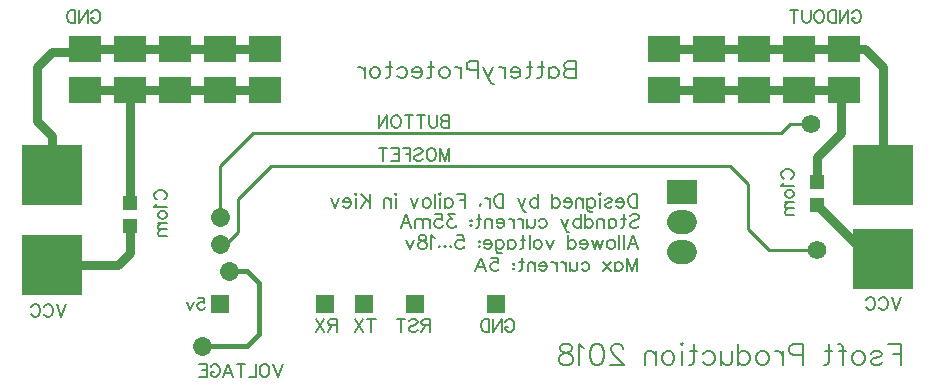
<source format=gbl>
G04 ---------------------------- Layer name :BOTTOM LAYER*
G04 EasyEDA v5.5.15, Sun, 01 Jul 2018 10:37:49 GMT*
G04 c73fb6d924554c21b160e83e72d7d2f4*
G04 Gerber Generator version 0.2*
G04 Scale: 100 percent, Rotated: No, Reflected: No *
G04 Dimensions in millimeters *
G04 leading zeros omitted , absolute positions ,3 integer and 3 decimal *
%FSLAX33Y33*%
%MOMM*%
G90*
G71D02*

%ADD10C,0.254000*%
%ADD11C,0.399999*%
%ADD13C,0.799998*%
%ADD15C,0.203200*%
%ADD16C,0.177800*%
%ADD17C,0.178003*%
%ADD18C,1.575054*%
%ADD24R,1.206500X1.206500*%
%ADD30R,2.499995X1.999996*%
%ADD31R,1.574800X1.574800*%
%ADD32R,1.574800X1.575054*%
%ADD33R,1.999996X1.999996*%
%ADD34C,1.999996*%
%ADD35C,1.575003*%
%ADD36R,2.700020X2.299995*%

%LPD*%
G54D10*
G01X17780Y14478D02*
G01X17780Y18796D01*
G01X20574Y21590D01*
G01X65278Y21590D01*
G01X66040Y22352D01*
G01X68326Y22352D01*
G01X17780Y12446D02*
G01X18542Y12446D01*
G01X19304Y13208D01*
G01X19304Y16002D01*
G01X22098Y18796D01*
G01X60949Y18796D01*
G01X62484Y17277D01*
G01X62484Y13474D01*
G01X64251Y11684D01*
G01X68326Y11684D01*
G54D11*
G01X18542Y9906D02*
G01X20051Y9906D01*
G01X21078Y8879D01*
G01X21082Y4572D01*
G01X20051Y3549D01*
G01X16256Y3556D01*
G54D13*
G01X6350Y25247D02*
G01X10414Y25247D01*
G01X10414Y25247D02*
G01X14478Y25247D01*
G01X14478Y25247D02*
G01X18542Y25247D01*
G01X18542Y25247D02*
G01X21590Y25247D01*
G01X3556Y18034D02*
G01X3556Y21336D01*
G01X2286Y22606D01*
G01X2286Y27178D01*
G01X3556Y28448D01*
G01X6096Y28448D01*
G01X6350Y28702D01*
G01X10414Y28702D02*
G01X6350Y28702D01*
G01X10414Y28702D02*
G01X14478Y28702D01*
G01X14478Y28702D02*
G01X18542Y28702D01*
G01X18542Y28702D02*
G01X21590Y28702D01*
G01X70612Y28702D02*
G01X66548Y28702D01*
G01X66548Y28702D02*
G01X62484Y28702D01*
G01X62484Y28702D02*
G01X58420Y28702D01*
G01X58420Y28702D02*
G01X55372Y28702D01*
G01X73914Y19558D02*
G01X73914Y27178D01*
G01X72390Y28702D01*
G01X70612Y28702D01*
G01X73914Y10922D02*
G01X72898Y10922D01*
G01X68324Y15495D01*
G01X68324Y17476D02*
G01X68324Y19556D01*
G01X70358Y21590D01*
G01X70358Y24993D01*
G01X70612Y25247D01*
G01X70612Y25247D02*
G01X66802Y25247D01*
G01X66802Y25247D02*
G01X62992Y25247D01*
G01X62992Y25247D02*
G01X59182Y25247D01*
G01X59182Y25247D02*
G01X55372Y25247D01*
G01X3556Y10414D02*
G01X9144Y10414D01*
G01X10160Y11430D01*
G01X10160Y13716D01*
G01X10158Y13717D01*
G01X10158Y15698D02*
G01X10158Y25246D01*
G01X10160Y25247D01*
G54D17*
G01X37191Y23114D02*
G01X37191Y22064D01*
G01X37191Y23114D02*
G01X36741Y23114D01*
G01X36591Y23064D01*
G01X36541Y23014D01*
G01X36491Y22914D01*
G01X36491Y22814D01*
G01X36541Y22714D01*
G01X36591Y22664D01*
G01X36741Y22614D01*
G01X37191Y22614D02*
G01X36741Y22614D01*
G01X36591Y22564D01*
G01X36541Y22514D01*
G01X36491Y22414D01*
G01X36491Y22264D01*
G01X36541Y22164D01*
G01X36591Y22114D01*
G01X36741Y22064D01*
G01X37191Y22064D01*
G01X36161Y23114D02*
G01X36161Y22364D01*
G01X36111Y22214D01*
G01X36011Y22114D01*
G01X35861Y22064D01*
G01X35761Y22064D01*
G01X35611Y22114D01*
G01X35511Y22214D01*
G01X35461Y22364D01*
G01X35461Y23114D01*
G01X34781Y23114D02*
G01X34781Y22064D01*
G01X35131Y23114D02*
G01X34431Y23114D01*
G01X33751Y23114D02*
G01X33751Y22064D01*
G01X34101Y23114D02*
G01X33401Y23114D01*
G01X32771Y23114D02*
G01X32871Y23064D01*
G01X32971Y22964D01*
G01X33021Y22864D01*
G01X33071Y22714D01*
G01X33071Y22464D01*
G01X33021Y22314D01*
G01X32971Y22214D01*
G01X32871Y22114D01*
G01X32771Y22064D01*
G01X32571Y22064D01*
G01X32471Y22114D01*
G01X32371Y22214D01*
G01X32321Y22314D01*
G01X32271Y22464D01*
G01X32271Y22714D01*
G01X32321Y22864D01*
G01X32371Y22964D01*
G01X32471Y23064D01*
G01X32571Y23114D01*
G01X32771Y23114D01*
G01X31941Y23114D02*
G01X31941Y22064D01*
G01X31941Y23114D02*
G01X31241Y22064D01*
G01X31241Y23114D02*
G01X31241Y22064D01*
G01X37192Y20319D02*
G01X37192Y19269D01*
G01X37192Y20319D02*
G01X36792Y19269D01*
G01X36392Y20319D02*
G01X36792Y19269D01*
G01X36392Y20319D02*
G01X36392Y19269D01*
G01X35762Y20319D02*
G01X35862Y20269D01*
G01X35962Y20169D01*
G01X36011Y20069D01*
G01X36062Y19919D01*
G01X36062Y19669D01*
G01X36011Y19519D01*
G01X35962Y19419D01*
G01X35862Y19319D01*
G01X35762Y19269D01*
G01X35562Y19269D01*
G01X35462Y19319D01*
G01X35362Y19419D01*
G01X35311Y19519D01*
G01X35262Y19669D01*
G01X35262Y19919D01*
G01X35311Y20069D01*
G01X35362Y20169D01*
G01X35462Y20269D01*
G01X35562Y20319D01*
G01X35762Y20319D01*
G01X34232Y20169D02*
G01X34332Y20269D01*
G01X34481Y20319D01*
G01X34681Y20319D01*
G01X34832Y20269D01*
G01X34932Y20169D01*
G01X34932Y20069D01*
G01X34881Y19969D01*
G01X34832Y19919D01*
G01X34732Y19869D01*
G01X34432Y19769D01*
G01X34332Y19719D01*
G01X34281Y19669D01*
G01X34232Y19569D01*
G01X34232Y19419D01*
G01X34332Y19319D01*
G01X34481Y19269D01*
G01X34681Y19269D01*
G01X34832Y19319D01*
G01X34932Y19419D01*
G01X33901Y20319D02*
G01X33901Y19269D01*
G01X33901Y20319D02*
G01X33252Y20319D01*
G01X33901Y19819D02*
G01X33501Y19819D01*
G01X32922Y20319D02*
G01X32922Y19269D01*
G01X32922Y20319D02*
G01X32271Y20319D01*
G01X32922Y19819D02*
G01X32522Y19819D01*
G01X32922Y19269D02*
G01X32271Y19269D01*
G01X31592Y20319D02*
G01X31592Y19269D01*
G01X31941Y20319D02*
G01X31242Y20319D01*
G01X41938Y5592D02*
G01X41988Y5692D01*
G01X42088Y5792D01*
G01X42188Y5842D01*
G01X42388Y5842D01*
G01X42488Y5792D01*
G01X42588Y5692D01*
G01X42638Y5592D01*
G01X42688Y5442D01*
G01X42688Y5192D01*
G01X42638Y5042D01*
G01X42588Y4942D01*
G01X42488Y4842D01*
G01X42388Y4792D01*
G01X42188Y4792D01*
G01X42088Y4842D01*
G01X41988Y4942D01*
G01X41938Y5042D01*
G01X41938Y5192D01*
G01X42188Y5192D02*
G01X41938Y5192D01*
G01X41608Y5842D02*
G01X41608Y4792D01*
G01X41608Y5842D02*
G01X40908Y4792D01*
G01X40908Y5842D02*
G01X40908Y4792D01*
G01X40578Y5842D02*
G01X40578Y4792D01*
G01X40578Y5842D02*
G01X40228Y5842D01*
G01X40078Y5792D01*
G01X39978Y5692D01*
G01X39928Y5592D01*
G01X39878Y5442D01*
G01X39878Y5192D01*
G01X39928Y5042D01*
G01X39978Y4942D01*
G01X40078Y4842D01*
G01X40228Y4792D01*
G01X40578Y4792D01*
G01X35525Y5841D02*
G01X35525Y4791D01*
G01X35525Y5841D02*
G01X35075Y5841D01*
G01X34925Y5791D01*
G01X34875Y5741D01*
G01X34825Y5641D01*
G01X34825Y5541D01*
G01X34875Y5441D01*
G01X34925Y5391D01*
G01X35075Y5341D01*
G01X35525Y5341D01*
G01X35175Y5341D02*
G01X34825Y4791D01*
G01X33795Y5691D02*
G01X33895Y5791D01*
G01X34045Y5841D01*
G01X34245Y5841D01*
G01X34395Y5791D01*
G01X34495Y5691D01*
G01X34495Y5591D01*
G01X34445Y5491D01*
G01X34395Y5441D01*
G01X34295Y5391D01*
G01X33995Y5291D01*
G01X33895Y5241D01*
G01X33845Y5191D01*
G01X33795Y5091D01*
G01X33795Y4941D01*
G01X33895Y4841D01*
G01X34045Y4791D01*
G01X34245Y4791D01*
G01X34395Y4841D01*
G01X34495Y4941D01*
G01X33115Y5841D02*
G01X33115Y4791D01*
G01X33465Y5841D02*
G01X32765Y5841D01*
G01X30590Y5841D02*
G01X30590Y4791D01*
G01X30940Y5841D02*
G01X30240Y5841D01*
G01X29910Y5841D02*
G01X29210Y4791D01*
G01X29210Y5841D02*
G01X29910Y4791D01*
G01X27637Y5842D02*
G01X27637Y4791D01*
G01X27637Y5842D02*
G01X27187Y5842D01*
G01X27037Y5792D01*
G01X26987Y5742D01*
G01X26937Y5642D01*
G01X26937Y5542D01*
G01X26987Y5442D01*
G01X27037Y5392D01*
G01X27187Y5342D01*
G01X27637Y5342D01*
G01X27287Y5342D02*
G01X26937Y4791D01*
G01X26607Y5842D02*
G01X25907Y4791D01*
G01X25907Y5842D02*
G01X26607Y4791D01*
G01X6885Y31753D02*
G01X6935Y31853D01*
G01X7035Y31953D01*
G01X7135Y32003D01*
G01X7335Y32003D01*
G01X7435Y31953D01*
G01X7535Y31853D01*
G01X7585Y31753D01*
G01X7635Y31603D01*
G01X7635Y31353D01*
G01X7585Y31203D01*
G01X7535Y31103D01*
G01X7435Y31003D01*
G01X7335Y30953D01*
G01X7135Y30953D01*
G01X7035Y31003D01*
G01X6935Y31103D01*
G01X6885Y31203D01*
G01X6885Y31353D01*
G01X7135Y31353D02*
G01X6885Y31353D01*
G01X6555Y32003D02*
G01X6555Y30953D01*
G01X6555Y32003D02*
G01X5855Y30953D01*
G01X5855Y32003D02*
G01X5855Y30953D01*
G01X5525Y32003D02*
G01X5525Y30953D01*
G01X5525Y32003D02*
G01X5175Y32003D01*
G01X5025Y31953D01*
G01X4925Y31853D01*
G01X4875Y31753D01*
G01X4825Y31603D01*
G01X4825Y31353D01*
G01X4875Y31203D01*
G01X4925Y31103D01*
G01X5025Y31003D01*
G01X5175Y30953D01*
G01X5525Y30953D01*
G01X4737Y7111D02*
G01X4337Y6061D01*
G01X3937Y7111D02*
G01X4337Y6061D01*
G01X2857Y6861D02*
G01X2907Y6961D01*
G01X3007Y7061D01*
G01X3107Y7111D01*
G01X3307Y7111D01*
G01X3407Y7061D01*
G01X3507Y6961D01*
G01X3557Y6861D01*
G01X3607Y6711D01*
G01X3607Y6461D01*
G01X3557Y6311D01*
G01X3507Y6211D01*
G01X3407Y6111D01*
G01X3307Y6061D01*
G01X3107Y6061D01*
G01X3007Y6111D01*
G01X2907Y6211D01*
G01X2857Y6311D01*
G01X1778Y6861D02*
G01X1827Y6961D01*
G01X1927Y7061D01*
G01X2027Y7111D01*
G01X2227Y7111D01*
G01X2327Y7061D01*
G01X2427Y6961D01*
G01X2477Y6861D01*
G01X2527Y6711D01*
G01X2527Y6461D01*
G01X2477Y6311D01*
G01X2427Y6211D01*
G01X2327Y6111D01*
G01X2227Y6061D01*
G01X2027Y6061D01*
G01X1927Y6111D01*
G01X1827Y6211D01*
G01X1778Y6311D01*
G01X75438Y7711D02*
G01X75038Y6661D01*
G01X74638Y7711D02*
G01X75038Y6661D01*
G01X73558Y7461D02*
G01X73608Y7561D01*
G01X73708Y7661D01*
G01X73808Y7711D01*
G01X74008Y7711D01*
G01X74108Y7661D01*
G01X74208Y7561D01*
G01X74258Y7461D01*
G01X74308Y7311D01*
G01X74308Y7061D01*
G01X74258Y6911D01*
G01X74208Y6811D01*
G01X74108Y6711D01*
G01X74008Y6661D01*
G01X73808Y6661D01*
G01X73708Y6711D01*
G01X73608Y6811D01*
G01X73558Y6911D01*
G01X72478Y7461D02*
G01X72528Y7561D01*
G01X72628Y7661D01*
G01X72728Y7711D01*
G01X72928Y7711D01*
G01X73028Y7661D01*
G01X73128Y7561D01*
G01X73178Y7461D01*
G01X73228Y7311D01*
G01X73228Y7061D01*
G01X73178Y6911D01*
G01X73128Y6811D01*
G01X73028Y6711D01*
G01X72928Y6661D01*
G01X72728Y6661D01*
G01X72628Y6711D01*
G01X72528Y6811D01*
G01X72478Y6911D01*
G01X71290Y31754D02*
G01X71340Y31854D01*
G01X71440Y31954D01*
G01X71540Y32004D01*
G01X71740Y32004D01*
G01X71840Y31954D01*
G01X71940Y31854D01*
G01X71990Y31754D01*
G01X72040Y31604D01*
G01X72040Y31354D01*
G01X71990Y31204D01*
G01X71940Y31104D01*
G01X71840Y31004D01*
G01X71740Y30954D01*
G01X71540Y30954D01*
G01X71440Y31004D01*
G01X71340Y31104D01*
G01X71290Y31204D01*
G01X71290Y31354D01*
G01X71540Y31354D02*
G01X71290Y31354D01*
G01X70960Y32004D02*
G01X70960Y30954D01*
G01X70960Y32004D02*
G01X70260Y30954D01*
G01X70260Y32004D02*
G01X70260Y30954D01*
G01X69930Y32004D02*
G01X69930Y30954D01*
G01X69930Y32004D02*
G01X69580Y32004D01*
G01X69430Y31954D01*
G01X69330Y31854D01*
G01X69280Y31754D01*
G01X69230Y31604D01*
G01X69230Y31354D01*
G01X69280Y31204D01*
G01X69330Y31104D01*
G01X69430Y31004D01*
G01X69580Y30954D01*
G01X69930Y30954D01*
G01X68600Y32004D02*
G01X68700Y31954D01*
G01X68800Y31854D01*
G01X68850Y31754D01*
G01X68900Y31604D01*
G01X68900Y31354D01*
G01X68850Y31204D01*
G01X68800Y31104D01*
G01X68700Y31004D01*
G01X68600Y30954D01*
G01X68400Y30954D01*
G01X68300Y31004D01*
G01X68200Y31104D01*
G01X68150Y31204D01*
G01X68100Y31354D01*
G01X68100Y31604D01*
G01X68150Y31754D01*
G01X68200Y31854D01*
G01X68300Y31954D01*
G01X68400Y32004D01*
G01X68600Y32004D01*
G01X67770Y32004D02*
G01X67770Y31254D01*
G01X67720Y31104D01*
G01X67620Y31004D01*
G01X67470Y30954D01*
G01X67370Y30954D01*
G01X67220Y31004D01*
G01X67120Y31104D01*
G01X67070Y31254D01*
G01X67070Y32004D01*
G01X66390Y32004D02*
G01X66390Y30954D01*
G01X66740Y32004D02*
G01X66040Y32004D01*
G01X23081Y2031D02*
G01X22681Y981D01*
G01X22281Y2031D02*
G01X22681Y981D01*
G01X21652Y2031D02*
G01X21752Y1981D01*
G01X21852Y1881D01*
G01X21901Y1781D01*
G01X21952Y1631D01*
G01X21952Y1381D01*
G01X21901Y1231D01*
G01X21852Y1131D01*
G01X21752Y1031D01*
G01X21652Y981D01*
G01X21452Y981D01*
G01X21352Y1031D01*
G01X21252Y1131D01*
G01X21201Y1231D01*
G01X21152Y1381D01*
G01X21152Y1631D01*
G01X21201Y1781D01*
G01X21252Y1881D01*
G01X21352Y1981D01*
G01X21452Y2031D01*
G01X21652Y2031D01*
G01X20822Y2031D02*
G01X20822Y981D01*
G01X20822Y981D02*
G01X20222Y981D01*
G01X19541Y2031D02*
G01X19541Y981D01*
G01X19892Y2031D02*
G01X19192Y2031D01*
G01X18462Y2031D02*
G01X18862Y981D01*
G01X18462Y2031D02*
G01X18062Y981D01*
G01X18712Y1331D02*
G01X18212Y1331D01*
G01X16982Y1781D02*
G01X17031Y1881D01*
G01X17131Y1981D01*
G01X17231Y2031D01*
G01X17431Y2031D01*
G01X17531Y1981D01*
G01X17631Y1881D01*
G01X17682Y1781D01*
G01X17731Y1631D01*
G01X17731Y1381D01*
G01X17682Y1231D01*
G01X17631Y1131D01*
G01X17531Y1031D01*
G01X17431Y981D01*
G01X17231Y981D01*
G01X17131Y1031D01*
G01X17031Y1131D01*
G01X16982Y1231D01*
G01X16982Y1381D01*
G01X17231Y1381D02*
G01X16982Y1381D01*
G01X16652Y2031D02*
G01X16652Y981D01*
G01X16652Y2031D02*
G01X16002Y2031D01*
G01X16652Y1531D02*
G01X16252Y1531D01*
G01X16652Y981D02*
G01X16002Y981D01*
G54D16*
G01X15922Y7619D02*
G01X16376Y7619D01*
G01X16422Y7210D01*
G01X16376Y7256D01*
G01X16240Y7301D01*
G01X16104Y7301D01*
G01X15967Y7256D01*
G01X15876Y7165D01*
G01X15831Y7029D01*
G01X15831Y6938D01*
G01X15876Y6801D01*
G01X15967Y6710D01*
G01X16104Y6665D01*
G01X16240Y6665D01*
G01X16376Y6710D01*
G01X16422Y6756D01*
G01X16467Y6847D01*
G01X15531Y7301D02*
G01X15258Y6665D01*
G01X14986Y7301D02*
G01X15258Y6665D01*
G54D17*
G01X47873Y27686D02*
G01X47873Y26254D01*
G01X47873Y27686D02*
G01X47259Y27686D01*
G01X47054Y27617D01*
G01X46986Y27549D01*
G01X46918Y27413D01*
G01X46918Y27276D01*
G01X46986Y27140D01*
G01X47054Y27072D01*
G01X47259Y27004D01*
G01X47873Y27004D02*
G01X47259Y27004D01*
G01X47054Y26935D01*
G01X46986Y26867D01*
G01X46918Y26731D01*
G01X46918Y26526D01*
G01X46986Y26390D01*
G01X47054Y26322D01*
G01X47259Y26254D01*
G01X47873Y26254D01*
G01X45650Y27208D02*
G01X45650Y26254D01*
G01X45650Y27004D02*
G01X45786Y27140D01*
G01X45923Y27208D01*
G01X46127Y27208D01*
G01X46263Y27140D01*
G01X46400Y27004D01*
G01X46468Y26799D01*
G01X46468Y26663D01*
G01X46400Y26458D01*
G01X46263Y26322D01*
G01X46127Y26254D01*
G01X45923Y26254D01*
G01X45786Y26322D01*
G01X45650Y26458D01*
G01X44995Y27686D02*
G01X44995Y26526D01*
G01X44927Y26322D01*
G01X44791Y26254D01*
G01X44654Y26254D01*
G01X45200Y27208D02*
G01X44723Y27208D01*
G01X44000Y27686D02*
G01X44000Y26526D01*
G01X43932Y26322D01*
G01X43795Y26254D01*
G01X43659Y26254D01*
G01X44204Y27208D02*
G01X43727Y27208D01*
G01X43209Y26799D02*
G01X42391Y26799D01*
G01X42391Y26935D01*
G01X42459Y27072D01*
G01X42527Y27140D01*
G01X42663Y27208D01*
G01X42868Y27208D01*
G01X43004Y27140D01*
G01X43141Y27004D01*
G01X43209Y26799D01*
G01X43209Y26663D01*
G01X43141Y26458D01*
G01X43004Y26322D01*
G01X42868Y26254D01*
G01X42663Y26254D01*
G01X42527Y26322D01*
G01X42391Y26458D01*
G01X41941Y27208D02*
G01X41941Y26254D01*
G01X41941Y26799D02*
G01X41873Y27004D01*
G01X41736Y27140D01*
G01X41600Y27208D01*
G01X41395Y27208D01*
G01X40877Y27208D02*
G01X40468Y26254D01*
G01X40059Y27208D02*
G01X40468Y26254D01*
G01X40604Y25981D01*
G01X40741Y25845D01*
G01X40877Y25776D01*
G01X40945Y25776D01*
G01X39609Y27686D02*
G01X39609Y26254D01*
G01X39609Y27686D02*
G01X38995Y27686D01*
G01X38791Y27617D01*
G01X38723Y27549D01*
G01X38654Y27413D01*
G01X38654Y27208D01*
G01X38723Y27072D01*
G01X38791Y27004D01*
G01X38995Y26935D01*
G01X39609Y26935D01*
G01X38204Y27208D02*
G01X38204Y26254D01*
G01X38204Y26799D02*
G01X38136Y27004D01*
G01X38000Y27140D01*
G01X37864Y27208D01*
G01X37659Y27208D01*
G01X36868Y27208D02*
G01X37004Y27140D01*
G01X37141Y27004D01*
G01X37209Y26799D01*
G01X37209Y26663D01*
G01X37141Y26458D01*
G01X37004Y26322D01*
G01X36868Y26254D01*
G01X36664Y26254D01*
G01X36527Y26322D01*
G01X36391Y26458D01*
G01X36323Y26663D01*
G01X36323Y26799D01*
G01X36391Y27004D01*
G01X36527Y27140D01*
G01X36664Y27208D01*
G01X36868Y27208D01*
G01X35668Y27686D02*
G01X35668Y26526D01*
G01X35600Y26322D01*
G01X35464Y26254D01*
G01X35327Y26254D01*
G01X35873Y27208D02*
G01X35395Y27208D01*
G01X34877Y26799D02*
G01X34059Y26799D01*
G01X34059Y26935D01*
G01X34127Y27072D01*
G01X34195Y27140D01*
G01X34332Y27208D01*
G01X34536Y27208D01*
G01X34673Y27140D01*
G01X34809Y27004D01*
G01X34877Y26799D01*
G01X34877Y26663D01*
G01X34809Y26458D01*
G01X34673Y26322D01*
G01X34536Y26254D01*
G01X34332Y26254D01*
G01X34195Y26322D01*
G01X34059Y26458D01*
G01X32791Y27004D02*
G01X32927Y27140D01*
G01X33064Y27208D01*
G01X33268Y27208D01*
G01X33404Y27140D01*
G01X33541Y27004D01*
G01X33609Y26799D01*
G01X33609Y26663D01*
G01X33541Y26458D01*
G01X33404Y26322D01*
G01X33268Y26254D01*
G01X33064Y26254D01*
G01X32927Y26322D01*
G01X32791Y26458D01*
G01X32136Y27686D02*
G01X32136Y26526D01*
G01X32068Y26322D01*
G01X31932Y26254D01*
G01X31795Y26254D01*
G01X32341Y27208D02*
G01X31864Y27208D01*
G01X31004Y27208D02*
G01X31141Y27140D01*
G01X31277Y27004D01*
G01X31345Y26799D01*
G01X31345Y26663D01*
G01X31277Y26458D01*
G01X31141Y26322D01*
G01X31004Y26254D01*
G01X30800Y26254D01*
G01X30664Y26322D01*
G01X30527Y26458D01*
G01X30459Y26663D01*
G01X30459Y26799D01*
G01X30527Y27004D01*
G01X30664Y27140D01*
G01X30800Y27208D01*
G01X31004Y27208D01*
G01X30009Y27208D02*
G01X30009Y26254D01*
G01X30009Y26799D02*
G01X29941Y27004D01*
G01X29804Y27140D01*
G01X29668Y27208D01*
G01X29464Y27208D01*
G54D15*
G01X53108Y16455D02*
G01X53108Y15309D01*
G01X53108Y16455D02*
G01X52727Y16455D01*
G01X52563Y16400D01*
G01X52454Y16291D01*
G01X52399Y16182D01*
G01X52345Y16019D01*
G01X52345Y15746D01*
G01X52399Y15582D01*
G01X52454Y15473D01*
G01X52563Y15364D01*
G01X52727Y15309D01*
G01X53108Y15309D01*
G01X51985Y15746D02*
G01X51330Y15746D01*
G01X51330Y15855D01*
G01X51385Y15964D01*
G01X51439Y16019D01*
G01X51548Y16073D01*
G01X51712Y16073D01*
G01X51821Y16019D01*
G01X51930Y15909D01*
G01X51985Y15746D01*
G01X51985Y15637D01*
G01X51930Y15473D01*
G01X51821Y15364D01*
G01X51712Y15309D01*
G01X51548Y15309D01*
G01X51439Y15364D01*
G01X51330Y15473D01*
G01X50370Y15909D02*
G01X50425Y16019D01*
G01X50588Y16073D01*
G01X50752Y16073D01*
G01X50916Y16019D01*
G01X50970Y15909D01*
G01X50916Y15800D01*
G01X50807Y15746D01*
G01X50534Y15691D01*
G01X50425Y15637D01*
G01X50370Y15528D01*
G01X50370Y15473D01*
G01X50425Y15364D01*
G01X50588Y15309D01*
G01X50752Y15309D01*
G01X50916Y15364D01*
G01X50970Y15473D01*
G01X50010Y16455D02*
G01X49956Y16400D01*
G01X49901Y16455D01*
G01X49956Y16509D01*
G01X50010Y16455D01*
G01X49956Y16073D02*
G01X49956Y15309D01*
G01X48887Y16073D02*
G01X48887Y15200D01*
G01X48941Y15037D01*
G01X48996Y14982D01*
G01X49105Y14928D01*
G01X49268Y14928D01*
G01X49377Y14982D01*
G01X48887Y15909D02*
G01X48996Y16019D01*
G01X49105Y16073D01*
G01X49268Y16073D01*
G01X49377Y16019D01*
G01X49487Y15909D01*
G01X49541Y15746D01*
G01X49541Y15637D01*
G01X49487Y15473D01*
G01X49377Y15364D01*
G01X49268Y15309D01*
G01X49105Y15309D01*
G01X48996Y15364D01*
G01X48887Y15473D01*
G01X48527Y16073D02*
G01X48527Y15309D01*
G01X48527Y15855D02*
G01X48363Y16019D01*
G01X48254Y16073D01*
G01X48090Y16073D01*
G01X47981Y16019D01*
G01X47927Y15855D01*
G01X47927Y15309D01*
G01X47567Y15746D02*
G01X46912Y15746D01*
G01X46912Y15855D01*
G01X46967Y15964D01*
G01X47021Y16019D01*
G01X47130Y16073D01*
G01X47294Y16073D01*
G01X47403Y16019D01*
G01X47512Y15909D01*
G01X47567Y15746D01*
G01X47567Y15637D01*
G01X47512Y15473D01*
G01X47403Y15364D01*
G01X47294Y15309D01*
G01X47130Y15309D01*
G01X47021Y15364D01*
G01X46912Y15473D01*
G01X45897Y16455D02*
G01X45897Y15309D01*
G01X45897Y15909D02*
G01X46007Y16019D01*
G01X46116Y16073D01*
G01X46279Y16073D01*
G01X46388Y16019D01*
G01X46497Y15909D01*
G01X46552Y15746D01*
G01X46552Y15637D01*
G01X46497Y15473D01*
G01X46388Y15364D01*
G01X46279Y15309D01*
G01X46116Y15309D01*
G01X46007Y15364D01*
G01X45897Y15473D01*
G01X44697Y16455D02*
G01X44697Y15309D01*
G01X44697Y15909D02*
G01X44588Y16019D01*
G01X44479Y16073D01*
G01X44316Y16073D01*
G01X44207Y16019D01*
G01X44097Y15909D01*
G01X44043Y15746D01*
G01X44043Y15637D01*
G01X44097Y15473D01*
G01X44207Y15364D01*
G01X44316Y15309D01*
G01X44479Y15309D01*
G01X44588Y15364D01*
G01X44697Y15473D01*
G01X43628Y16073D02*
G01X43301Y15309D01*
G01X42974Y16073D02*
G01X43301Y15309D01*
G01X43410Y15091D01*
G01X43519Y14982D01*
G01X43628Y14928D01*
G01X43683Y14928D01*
G01X41774Y16455D02*
G01X41774Y15309D01*
G01X41774Y16455D02*
G01X41392Y16455D01*
G01X41228Y16400D01*
G01X41119Y16291D01*
G01X41065Y16182D01*
G01X41010Y16019D01*
G01X41010Y15746D01*
G01X41065Y15582D01*
G01X41119Y15473D01*
G01X41228Y15364D01*
G01X41392Y15309D01*
G01X41774Y15309D01*
G01X40650Y16073D02*
G01X40650Y15309D01*
G01X40650Y15746D02*
G01X40596Y15909D01*
G01X40487Y16019D01*
G01X40377Y16073D01*
G01X40214Y16073D01*
G01X39799Y15582D02*
G01X39854Y15528D01*
G01X39799Y15473D01*
G01X39745Y15528D01*
G01X39799Y15582D01*
G01X38545Y16455D02*
G01X38545Y15309D01*
G01X38545Y16455D02*
G01X37836Y16455D01*
G01X38545Y15909D02*
G01X38108Y15909D01*
G01X36821Y16073D02*
G01X36821Y15309D01*
G01X36821Y15909D02*
G01X36930Y16019D01*
G01X37039Y16073D01*
G01X37203Y16073D01*
G01X37312Y16019D01*
G01X37421Y15909D01*
G01X37476Y15746D01*
G01X37476Y15637D01*
G01X37421Y15473D01*
G01X37312Y15364D01*
G01X37203Y15309D01*
G01X37039Y15309D01*
G01X36930Y15364D01*
G01X36821Y15473D01*
G01X36461Y16455D02*
G01X36407Y16400D01*
G01X36352Y16455D01*
G01X36407Y16509D01*
G01X36461Y16455D01*
G01X36407Y16073D02*
G01X36407Y15309D01*
G01X35992Y16455D02*
G01X35992Y15309D01*
G01X35359Y16073D02*
G01X35468Y16019D01*
G01X35578Y15909D01*
G01X35632Y15746D01*
G01X35632Y15637D01*
G01X35578Y15473D01*
G01X35468Y15364D01*
G01X35359Y15309D01*
G01X35196Y15309D01*
G01X35087Y15364D01*
G01X34978Y15473D01*
G01X34923Y15637D01*
G01X34923Y15746D01*
G01X34978Y15909D01*
G01X35087Y16019D01*
G01X35196Y16073D01*
G01X35359Y16073D01*
G01X34563Y16073D02*
G01X34236Y15309D01*
G01X33908Y16073D02*
G01X34236Y15309D01*
G01X32708Y16455D02*
G01X32654Y16400D01*
G01X32599Y16455D01*
G01X32654Y16509D01*
G01X32708Y16455D01*
G01X32654Y16073D02*
G01X32654Y15309D01*
G01X32239Y16073D02*
G01X32239Y15309D01*
G01X32239Y15855D02*
G01X32076Y16019D01*
G01X31967Y16073D01*
G01X31803Y16073D01*
G01X31694Y16019D01*
G01X31639Y15855D01*
G01X31639Y15309D01*
G01X30439Y16455D02*
G01X30439Y15309D01*
G01X29676Y16455D02*
G01X30439Y15691D01*
G01X30167Y15964D02*
G01X29676Y15309D01*
G01X29316Y16455D02*
G01X29261Y16400D01*
G01X29207Y16455D01*
G01X29261Y16509D01*
G01X29316Y16455D01*
G01X29261Y16073D02*
G01X29261Y15309D01*
G01X28847Y15746D02*
G01X28192Y15746D01*
G01X28192Y15855D01*
G01X28247Y15964D01*
G01X28301Y16019D01*
G01X28410Y16073D01*
G01X28574Y16073D01*
G01X28683Y16019D01*
G01X28792Y15909D01*
G01X28847Y15746D01*
G01X28847Y15637D01*
G01X28792Y15473D01*
G01X28683Y15364D01*
G01X28574Y15309D01*
G01X28410Y15309D01*
G01X28301Y15364D01*
G01X28192Y15473D01*
G01X27832Y16073D02*
G01X27505Y15309D01*
G01X27178Y16073D02*
G01X27505Y15309D01*
G01X75412Y3728D02*
G01X75412Y2010D01*
G01X75412Y3728D02*
G01X74349Y3728D01*
G01X75412Y2910D02*
G01X74758Y2910D01*
G01X72909Y2910D02*
G01X72991Y3073D01*
G01X73236Y3155D01*
G01X73481Y3155D01*
G01X73727Y3073D01*
G01X73809Y2910D01*
G01X73727Y2746D01*
G01X73563Y2664D01*
G01X73154Y2582D01*
G01X72991Y2500D01*
G01X72909Y2337D01*
G01X72909Y2255D01*
G01X72991Y2091D01*
G01X73236Y2010D01*
G01X73481Y2010D01*
G01X73727Y2091D01*
G01X73809Y2255D01*
G01X71960Y3155D02*
G01X72123Y3073D01*
G01X72287Y2910D01*
G01X72369Y2664D01*
G01X72369Y2500D01*
G01X72287Y2255D01*
G01X72123Y2091D01*
G01X71960Y2010D01*
G01X71714Y2010D01*
G01X71551Y2091D01*
G01X71387Y2255D01*
G01X71305Y2500D01*
G01X71305Y2664D01*
G01X71387Y2910D01*
G01X71551Y3073D01*
G01X71714Y3155D01*
G01X71960Y3155D01*
G01X70111Y3728D02*
G01X70274Y3728D01*
G01X70438Y3646D01*
G01X70520Y3400D01*
G01X70520Y2010D01*
G01X70765Y3155D02*
G01X70192Y3155D01*
G01X69325Y3728D02*
G01X69325Y2337D01*
G01X69243Y2091D01*
G01X69080Y2010D01*
G01X68916Y2010D01*
G01X69571Y3155D02*
G01X68998Y3155D01*
G01X67116Y3728D02*
G01X67116Y2010D01*
G01X67116Y3728D02*
G01X66380Y3728D01*
G01X66134Y3646D01*
G01X66052Y3564D01*
G01X65971Y3400D01*
G01X65971Y3155D01*
G01X66052Y2991D01*
G01X66134Y2910D01*
G01X66380Y2828D01*
G01X67116Y2828D01*
G01X65431Y3155D02*
G01X65431Y2010D01*
G01X65431Y2664D02*
G01X65349Y2910D01*
G01X65185Y3073D01*
G01X65021Y3155D01*
G01X64776Y3155D01*
G01X63827Y3155D02*
G01X63991Y3073D01*
G01X64154Y2910D01*
G01X64236Y2664D01*
G01X64236Y2500D01*
G01X64154Y2255D01*
G01X63991Y2091D01*
G01X63827Y2010D01*
G01X63581Y2010D01*
G01X63418Y2091D01*
G01X63254Y2255D01*
G01X63172Y2500D01*
G01X63172Y2664D01*
G01X63254Y2910D01*
G01X63418Y3073D01*
G01X63581Y3155D01*
G01X63827Y3155D01*
G01X61651Y3728D02*
G01X61651Y2010D01*
G01X61651Y2910D02*
G01X61814Y3073D01*
G01X61978Y3155D01*
G01X62223Y3155D01*
G01X62387Y3073D01*
G01X62551Y2910D01*
G01X62632Y2664D01*
G01X62632Y2500D01*
G01X62551Y2255D01*
G01X62387Y2091D01*
G01X62223Y2010D01*
G01X61978Y2010D01*
G01X61814Y2091D01*
G01X61651Y2255D01*
G01X61111Y3155D02*
G01X61111Y2337D01*
G01X61029Y2091D01*
G01X60865Y2010D01*
G01X60620Y2010D01*
G01X60456Y2091D01*
G01X60211Y2337D01*
G01X60211Y3155D02*
G01X60211Y2010D01*
G01X58689Y2910D02*
G01X58852Y3073D01*
G01X59016Y3155D01*
G01X59261Y3155D01*
G01X59425Y3073D01*
G01X59589Y2910D01*
G01X59671Y2664D01*
G01X59671Y2500D01*
G01X59589Y2255D01*
G01X59425Y2091D01*
G01X59261Y2010D01*
G01X59016Y2010D01*
G01X58852Y2091D01*
G01X58689Y2255D01*
G01X57903Y3728D02*
G01X57903Y2337D01*
G01X57821Y2091D01*
G01X57658Y2010D01*
G01X57494Y2010D01*
G01X58149Y3155D02*
G01X57576Y3155D01*
G01X56954Y3728D02*
G01X56872Y3646D01*
G01X56791Y3728D01*
G01X56872Y3810D01*
G01X56954Y3728D01*
G01X56872Y3155D02*
G01X56872Y2010D01*
G01X55841Y3155D02*
G01X56005Y3073D01*
G01X56169Y2910D01*
G01X56251Y2664D01*
G01X56251Y2500D01*
G01X56169Y2255D01*
G01X56005Y2091D01*
G01X55841Y2010D01*
G01X55596Y2010D01*
G01X55432Y2091D01*
G01X55269Y2255D01*
G01X55187Y2500D01*
G01X55187Y2664D01*
G01X55269Y2910D01*
G01X55432Y3073D01*
G01X55596Y3155D01*
G01X55841Y3155D01*
G01X54647Y3155D02*
G01X54647Y2010D01*
G01X54647Y2828D02*
G01X54401Y3073D01*
G01X54238Y3155D01*
G01X53992Y3155D01*
G01X53829Y3073D01*
G01X53747Y2828D01*
G01X53747Y2010D01*
G01X51865Y3319D02*
G01X51865Y3400D01*
G01X51783Y3564D01*
G01X51701Y3646D01*
G01X51538Y3728D01*
G01X51211Y3728D01*
G01X51047Y3646D01*
G01X50965Y3564D01*
G01X50883Y3400D01*
G01X50883Y3237D01*
G01X50965Y3073D01*
G01X51129Y2828D01*
G01X51947Y2010D01*
G01X50801Y2010D01*
G01X49771Y3728D02*
G01X50016Y3646D01*
G01X50180Y3400D01*
G01X50261Y2991D01*
G01X50261Y2746D01*
G01X50180Y2337D01*
G01X50016Y2091D01*
G01X49771Y2010D01*
G01X49607Y2010D01*
G01X49361Y2091D01*
G01X49198Y2337D01*
G01X49116Y2746D01*
G01X49116Y2991D01*
G01X49198Y3400D01*
G01X49361Y3646D01*
G01X49607Y3728D01*
G01X49771Y3728D01*
G01X48576Y3400D02*
G01X48412Y3482D01*
G01X48167Y3728D01*
G01X48167Y2010D01*
G01X47218Y3728D02*
G01X47463Y3646D01*
G01X47545Y3482D01*
G01X47545Y3319D01*
G01X47463Y3155D01*
G01X47300Y3073D01*
G01X46972Y2991D01*
G01X46727Y2910D01*
G01X46563Y2746D01*
G01X46481Y2582D01*
G01X46481Y2337D01*
G01X46563Y2173D01*
G01X46645Y2091D01*
G01X46891Y2010D01*
G01X47218Y2010D01*
G01X47463Y2091D01*
G01X47545Y2173D01*
G01X47627Y2337D01*
G01X47627Y2582D01*
G01X47545Y2746D01*
G01X47381Y2910D01*
G01X47136Y2991D01*
G01X46809Y3073D01*
G01X46645Y3155D01*
G01X46563Y3319D01*
G01X46563Y3482D01*
G01X46645Y3646D01*
G01X46891Y3728D01*
G01X47218Y3728D01*
G01X52488Y14568D02*
G01X52597Y14677D01*
G01X52761Y14732D01*
G01X52979Y14732D01*
G01X53143Y14677D01*
G01X53252Y14568D01*
G01X53252Y14459D01*
G01X53197Y14350D01*
G01X53143Y14295D01*
G01X53033Y14241D01*
G01X52706Y14132D01*
G01X52597Y14077D01*
G01X52543Y14022D01*
G01X52488Y13913D01*
G01X52488Y13750D01*
G01X52597Y13641D01*
G01X52761Y13586D01*
G01X52979Y13586D01*
G01X53143Y13641D01*
G01X53252Y13750D01*
G01X51964Y14732D02*
G01X51964Y13804D01*
G01X51910Y13641D01*
G01X51801Y13586D01*
G01X51692Y13586D01*
G01X52128Y14350D02*
G01X51746Y14350D01*
G01X50677Y14350D02*
G01X50677Y13586D01*
G01X50677Y14186D02*
G01X50786Y14295D01*
G01X50895Y14350D01*
G01X51059Y14350D01*
G01X51168Y14295D01*
G01X51277Y14186D01*
G01X51332Y14022D01*
G01X51332Y13913D01*
G01X51277Y13750D01*
G01X51168Y13641D01*
G01X51059Y13586D01*
G01X50895Y13586D01*
G01X50786Y13641D01*
G01X50677Y13750D01*
G01X50317Y14350D02*
G01X50317Y13586D01*
G01X50317Y14132D02*
G01X50154Y14295D01*
G01X50044Y14350D01*
G01X49881Y14350D01*
G01X49772Y14295D01*
G01X49717Y14132D01*
G01X49717Y13586D01*
G01X48703Y14732D02*
G01X48703Y13586D01*
G01X48703Y14186D02*
G01X48812Y14295D01*
G01X48921Y14350D01*
G01X49084Y14350D01*
G01X49193Y14295D01*
G01X49303Y14186D01*
G01X49357Y14022D01*
G01X49357Y13913D01*
G01X49303Y13750D01*
G01X49193Y13641D01*
G01X49084Y13586D01*
G01X48921Y13586D01*
G01X48812Y13641D01*
G01X48703Y13750D01*
G01X48343Y14732D02*
G01X48343Y13586D01*
G01X48343Y14186D02*
G01X48233Y14295D01*
G01X48124Y14350D01*
G01X47961Y14350D01*
G01X47852Y14295D01*
G01X47743Y14186D01*
G01X47688Y14022D01*
G01X47688Y13913D01*
G01X47743Y13750D01*
G01X47852Y13641D01*
G01X47961Y13586D01*
G01X48124Y13586D01*
G01X48233Y13641D01*
G01X48343Y13750D01*
G01X47273Y14350D02*
G01X46946Y13586D01*
G01X46619Y14350D02*
G01X46946Y13586D01*
G01X47055Y13368D01*
G01X47164Y13259D01*
G01X47273Y13204D01*
G01X47328Y13204D01*
G01X44764Y14186D02*
G01X44874Y14295D01*
G01X44983Y14350D01*
G01X45146Y14350D01*
G01X45255Y14295D01*
G01X45364Y14186D01*
G01X45419Y14022D01*
G01X45419Y13913D01*
G01X45364Y13750D01*
G01X45255Y13641D01*
G01X45146Y13586D01*
G01X44983Y13586D01*
G01X44874Y13641D01*
G01X44764Y13750D01*
G01X44404Y14350D02*
G01X44404Y13804D01*
G01X44350Y13641D01*
G01X44241Y13586D01*
G01X44077Y13586D01*
G01X43968Y13641D01*
G01X43804Y13804D01*
G01X43804Y14350D02*
G01X43804Y13586D01*
G01X43444Y14350D02*
G01X43444Y13586D01*
G01X43444Y14022D02*
G01X43390Y14186D01*
G01X43281Y14295D01*
G01X43172Y14350D01*
G01X43008Y14350D01*
G01X42648Y14350D02*
G01X42648Y13586D01*
G01X42648Y14022D02*
G01X42593Y14186D01*
G01X42484Y14295D01*
G01X42375Y14350D01*
G01X42212Y14350D01*
G01X41852Y14022D02*
G01X41197Y14022D01*
G01X41197Y14132D01*
G01X41252Y14241D01*
G01X41306Y14295D01*
G01X41415Y14350D01*
G01X41579Y14350D01*
G01X41688Y14295D01*
G01X41797Y14186D01*
G01X41852Y14022D01*
G01X41852Y13913D01*
G01X41797Y13750D01*
G01X41688Y13641D01*
G01X41579Y13586D01*
G01X41415Y13586D01*
G01X41306Y13641D01*
G01X41197Y13750D01*
G01X40837Y14350D02*
G01X40837Y13586D01*
G01X40837Y14132D02*
G01X40674Y14295D01*
G01X40564Y14350D01*
G01X40401Y14350D01*
G01X40292Y14295D01*
G01X40237Y14132D01*
G01X40237Y13586D01*
G01X39714Y14732D02*
G01X39714Y13804D01*
G01X39659Y13641D01*
G01X39550Y13586D01*
G01X39441Y13586D01*
G01X39877Y14350D02*
G01X39495Y14350D01*
G01X39026Y14241D02*
G01X39081Y14186D01*
G01X39026Y14132D01*
G01X38972Y14186D01*
G01X39026Y14241D01*
G01X39026Y13859D02*
G01X39081Y13804D01*
G01X39026Y13750D01*
G01X38972Y13804D01*
G01X39026Y13859D01*
G01X37663Y14732D02*
G01X37063Y14732D01*
G01X37390Y14295D01*
G01X37226Y14295D01*
G01X37117Y14241D01*
G01X37063Y14186D01*
G01X37008Y14022D01*
G01X37008Y13913D01*
G01X37063Y13750D01*
G01X37172Y13641D01*
G01X37335Y13586D01*
G01X37499Y13586D01*
G01X37663Y13641D01*
G01X37717Y13695D01*
G01X37772Y13804D01*
G01X35994Y14732D02*
G01X36539Y14732D01*
G01X36594Y14241D01*
G01X36539Y14295D01*
G01X36375Y14350D01*
G01X36212Y14350D01*
G01X36048Y14295D01*
G01X35939Y14186D01*
G01X35884Y14022D01*
G01X35884Y13913D01*
G01X35939Y13750D01*
G01X36048Y13641D01*
G01X36212Y13586D01*
G01X36375Y13586D01*
G01X36539Y13641D01*
G01X36594Y13695D01*
G01X36648Y13804D01*
G01X35524Y14350D02*
G01X35524Y13586D01*
G01X35524Y14132D02*
G01X35361Y14295D01*
G01X35252Y14350D01*
G01X35088Y14350D01*
G01X34979Y14295D01*
G01X34924Y14132D01*
G01X34924Y13586D01*
G01X34924Y14132D02*
G01X34761Y14295D01*
G01X34652Y14350D01*
G01X34488Y14350D01*
G01X34379Y14295D01*
G01X34324Y14132D01*
G01X34324Y13586D01*
G01X33528Y14732D02*
G01X33964Y13586D01*
G01X33528Y14732D02*
G01X33092Y13586D01*
G01X33801Y13968D02*
G01X33255Y13968D01*
G01X52749Y12954D02*
G01X53186Y11808D01*
G01X52749Y12954D02*
G01X52313Y11808D01*
G01X53022Y12190D02*
G01X52477Y12190D01*
G01X51953Y12954D02*
G01X51953Y11808D01*
G01X51593Y12954D02*
G01X51593Y11808D01*
G01X50960Y12572D02*
G01X51069Y12517D01*
G01X51178Y12408D01*
G01X51233Y12244D01*
G01X51233Y12135D01*
G01X51178Y11972D01*
G01X51069Y11863D01*
G01X50960Y11808D01*
G01X50797Y11808D01*
G01X50688Y11863D01*
G01X50578Y11972D01*
G01X50524Y12135D01*
G01X50524Y12244D01*
G01X50578Y12408D01*
G01X50688Y12517D01*
G01X50797Y12572D01*
G01X50960Y12572D01*
G01X50164Y12572D02*
G01X49946Y11808D01*
G01X49728Y12572D02*
G01X49946Y11808D01*
G01X49728Y12572D02*
G01X49509Y11808D01*
G01X49291Y12572D02*
G01X49509Y11808D01*
G01X48931Y12244D02*
G01X48277Y12244D01*
G01X48277Y12354D01*
G01X48331Y12463D01*
G01X48386Y12517D01*
G01X48495Y12572D01*
G01X48658Y12572D01*
G01X48768Y12517D01*
G01X48877Y12408D01*
G01X48931Y12244D01*
G01X48931Y12135D01*
G01X48877Y11972D01*
G01X48768Y11863D01*
G01X48658Y11808D01*
G01X48495Y11808D01*
G01X48386Y11863D01*
G01X48277Y11972D01*
G01X47262Y12954D02*
G01X47262Y11808D01*
G01X47262Y12408D02*
G01X47371Y12517D01*
G01X47480Y12572D01*
G01X47644Y12572D01*
G01X47753Y12517D01*
G01X47862Y12408D01*
G01X47917Y12244D01*
G01X47917Y12135D01*
G01X47862Y11972D01*
G01X47753Y11863D01*
G01X47644Y11808D01*
G01X47480Y11808D01*
G01X47371Y11863D01*
G01X47262Y11972D01*
G01X46062Y12572D02*
G01X45735Y11808D01*
G01X45408Y12572D02*
G01X45735Y11808D01*
G01X44775Y12572D02*
G01X44884Y12517D01*
G01X44993Y12408D01*
G01X45048Y12244D01*
G01X45048Y12135D01*
G01X44993Y11972D01*
G01X44884Y11863D01*
G01X44775Y11808D01*
G01X44611Y11808D01*
G01X44502Y11863D01*
G01X44393Y11972D01*
G01X44338Y12135D01*
G01X44338Y12244D01*
G01X44393Y12408D01*
G01X44502Y12517D01*
G01X44611Y12572D01*
G01X44775Y12572D01*
G01X43978Y12954D02*
G01X43978Y11808D01*
G01X43455Y12954D02*
G01X43455Y12026D01*
G01X43400Y11863D01*
G01X43291Y11808D01*
G01X43182Y11808D01*
G01X43618Y12572D02*
G01X43237Y12572D01*
G01X42168Y12572D02*
G01X42168Y11808D01*
G01X42168Y12408D02*
G01X42277Y12517D01*
G01X42386Y12572D01*
G01X42549Y12572D01*
G01X42658Y12517D01*
G01X42768Y12408D01*
G01X42822Y12244D01*
G01X42822Y12135D01*
G01X42768Y11972D01*
G01X42658Y11863D01*
G01X42549Y11808D01*
G01X42386Y11808D01*
G01X42277Y11863D01*
G01X42168Y11972D01*
G01X41153Y12572D02*
G01X41153Y11699D01*
G01X41208Y11535D01*
G01X41262Y11481D01*
G01X41371Y11426D01*
G01X41535Y11426D01*
G01X41644Y11481D01*
G01X41153Y12408D02*
G01X41262Y12517D01*
G01X41371Y12572D01*
G01X41535Y12572D01*
G01X41644Y12517D01*
G01X41753Y12408D01*
G01X41808Y12244D01*
G01X41808Y12135D01*
G01X41753Y11972D01*
G01X41644Y11863D01*
G01X41535Y11808D01*
G01X41371Y11808D01*
G01X41262Y11863D01*
G01X41153Y11972D01*
G01X40793Y12244D02*
G01X40138Y12244D01*
G01X40138Y12354D01*
G01X40193Y12463D01*
G01X40248Y12517D01*
G01X40357Y12572D01*
G01X40520Y12572D01*
G01X40629Y12517D01*
G01X40738Y12408D01*
G01X40793Y12244D01*
G01X40793Y12135D01*
G01X40738Y11972D01*
G01X40629Y11863D01*
G01X40520Y11808D01*
G01X40357Y11808D01*
G01X40248Y11863D01*
G01X40138Y11972D01*
G01X39724Y12463D02*
G01X39778Y12408D01*
G01X39724Y12354D01*
G01X39669Y12408D01*
G01X39724Y12463D01*
G01X39724Y12081D02*
G01X39778Y12026D01*
G01X39724Y11972D01*
G01X39669Y12026D01*
G01X39724Y12081D01*
G01X37815Y12954D02*
G01X38360Y12954D01*
G01X38415Y12463D01*
G01X38360Y12517D01*
G01X38197Y12572D01*
G01X38033Y12572D01*
G01X37869Y12517D01*
G01X37760Y12408D01*
G01X37706Y12244D01*
G01X37706Y12135D01*
G01X37760Y11972D01*
G01X37869Y11863D01*
G01X38033Y11808D01*
G01X38197Y11808D01*
G01X38360Y11863D01*
G01X38415Y11917D01*
G01X38469Y12026D01*
G01X37291Y12081D02*
G01X37346Y12026D01*
G01X37291Y11972D01*
G01X37237Y12026D01*
G01X37291Y12081D01*
G01X36822Y12081D02*
G01X36877Y12026D01*
G01X36822Y11972D01*
G01X36768Y12026D01*
G01X36822Y12081D01*
G01X36353Y12081D02*
G01X36408Y12026D01*
G01X36353Y11972D01*
G01X36298Y12026D01*
G01X36353Y12081D01*
G01X35938Y12735D02*
G01X35829Y12790D01*
G01X35666Y12954D01*
G01X35666Y11808D01*
G01X35033Y12954D02*
G01X35197Y12899D01*
G01X35251Y12790D01*
G01X35251Y12681D01*
G01X35197Y12572D01*
G01X35088Y12517D01*
G01X34869Y12463D01*
G01X34706Y12408D01*
G01X34597Y12299D01*
G01X34542Y12190D01*
G01X34542Y12026D01*
G01X34597Y11917D01*
G01X34651Y11863D01*
G01X34815Y11808D01*
G01X35033Y11808D01*
G01X35197Y11863D01*
G01X35251Y11917D01*
G01X35306Y12026D01*
G01X35306Y12190D01*
G01X35251Y12299D01*
G01X35142Y12408D01*
G01X34978Y12463D01*
G01X34760Y12517D01*
G01X34651Y12572D01*
G01X34597Y12681D01*
G01X34597Y12790D01*
G01X34651Y12899D01*
G01X34815Y12954D01*
G01X35033Y12954D01*
G01X34182Y12572D02*
G01X33855Y11808D01*
G01X33528Y12572D02*
G01X33855Y11808D01*
G01X53086Y11068D02*
G01X53086Y9923D01*
G01X53086Y11068D02*
G01X52649Y9923D01*
G01X52213Y11068D02*
G01X52649Y9923D01*
G01X52213Y11068D02*
G01X52213Y9923D01*
G01X51198Y10686D02*
G01X51198Y9923D01*
G01X51198Y10523D02*
G01X51307Y10632D01*
G01X51416Y10686D01*
G01X51580Y10686D01*
G01X51689Y10632D01*
G01X51798Y10523D01*
G01X51853Y10359D01*
G01X51853Y10250D01*
G01X51798Y10086D01*
G01X51689Y9977D01*
G01X51580Y9923D01*
G01X51416Y9923D01*
G01X51307Y9977D01*
G01X51198Y10086D01*
G01X50838Y10686D02*
G01X50238Y9923D01*
G01X50238Y10686D02*
G01X50838Y9923D01*
G01X48384Y10523D02*
G01X48493Y10632D01*
G01X48602Y10686D01*
G01X48766Y10686D01*
G01X48875Y10632D01*
G01X48984Y10523D01*
G01X49038Y10359D01*
G01X49038Y10250D01*
G01X48984Y10086D01*
G01X48875Y9977D01*
G01X48766Y9923D01*
G01X48602Y9923D01*
G01X48493Y9977D01*
G01X48384Y10086D01*
G01X48024Y10686D02*
G01X48024Y10141D01*
G01X47969Y9977D01*
G01X47860Y9923D01*
G01X47696Y9923D01*
G01X47587Y9977D01*
G01X47424Y10141D01*
G01X47424Y10686D02*
G01X47424Y9923D01*
G01X47064Y10686D02*
G01X47064Y9923D01*
G01X47064Y10359D02*
G01X47009Y10523D01*
G01X46900Y10632D01*
G01X46791Y10686D01*
G01X46627Y10686D01*
G01X46267Y10686D02*
G01X46267Y9923D01*
G01X46267Y10359D02*
G01X46213Y10523D01*
G01X46104Y10632D01*
G01X45995Y10686D01*
G01X45831Y10686D01*
G01X45471Y10359D02*
G01X44816Y10359D01*
G01X44816Y10468D01*
G01X44871Y10577D01*
G01X44926Y10632D01*
G01X45035Y10686D01*
G01X45198Y10686D01*
G01X45307Y10632D01*
G01X45416Y10523D01*
G01X45471Y10359D01*
G01X45471Y10250D01*
G01X45416Y10086D01*
G01X45307Y9977D01*
G01X45198Y9923D01*
G01X45035Y9923D01*
G01X44926Y9977D01*
G01X44816Y10086D01*
G01X44456Y10686D02*
G01X44456Y9923D01*
G01X44456Y10468D02*
G01X44293Y10632D01*
G01X44184Y10686D01*
G01X44020Y10686D01*
G01X43911Y10632D01*
G01X43856Y10468D01*
G01X43856Y9923D01*
G01X43333Y11068D02*
G01X43333Y10141D01*
G01X43278Y9977D01*
G01X43169Y9923D01*
G01X43060Y9923D01*
G01X43496Y10686D02*
G01X43115Y10686D01*
G01X42646Y10577D02*
G01X42700Y10523D01*
G01X42646Y10468D01*
G01X42591Y10523D01*
G01X42646Y10577D01*
G01X42646Y10195D02*
G01X42700Y10141D01*
G01X42646Y10086D01*
G01X42591Y10141D01*
G01X42646Y10195D01*
G01X40736Y11068D02*
G01X41282Y11068D01*
G01X41336Y10577D01*
G01X41282Y10632D01*
G01X41118Y10686D01*
G01X40955Y10686D01*
G01X40791Y10632D01*
G01X40682Y10523D01*
G01X40627Y10359D01*
G01X40627Y10250D01*
G01X40682Y10086D01*
G01X40791Y9977D01*
G01X40955Y9923D01*
G01X41118Y9923D01*
G01X41282Y9977D01*
G01X41336Y10032D01*
G01X41391Y10141D01*
G01X39831Y11068D02*
G01X40267Y9923D01*
G01X39831Y11068D02*
G01X39395Y9923D01*
G01X40104Y10304D02*
G01X39558Y10304D01*
G54D16*
G01X65537Y17762D02*
G01X65433Y17814D01*
G01X65329Y17918D01*
G01X65278Y18022D01*
G01X65278Y18230D01*
G01X65329Y18334D01*
G01X65433Y18438D01*
G01X65537Y18490D01*
G01X65693Y18542D01*
G01X65953Y18542D01*
G01X66109Y18490D01*
G01X66213Y18438D01*
G01X66317Y18334D01*
G01X66369Y18230D01*
G01X66369Y18022D01*
G01X66317Y17918D01*
G01X66213Y17814D01*
G01X66109Y17762D01*
G01X65485Y17419D02*
G01X65433Y17315D01*
G01X65278Y17160D01*
G01X66369Y17160D01*
G01X65641Y16557D02*
G01X65693Y16661D01*
G01X65797Y16765D01*
G01X65953Y16817D01*
G01X66057Y16817D01*
G01X66213Y16765D01*
G01X66317Y16661D01*
G01X66369Y16557D01*
G01X66369Y16401D01*
G01X66317Y16297D01*
G01X66213Y16193D01*
G01X66057Y16141D01*
G01X65953Y16141D01*
G01X65797Y16193D01*
G01X65693Y16297D01*
G01X65641Y16401D01*
G01X65641Y16557D01*
G01X65641Y15798D02*
G01X66369Y15798D01*
G01X65849Y15798D02*
G01X65693Y15642D01*
G01X65641Y15539D01*
G01X65641Y15383D01*
G01X65693Y15279D01*
G01X65849Y15227D01*
G01X66369Y15227D01*
G01X65849Y15227D02*
G01X65693Y15071D01*
G01X65641Y14967D01*
G01X65641Y14811D01*
G01X65693Y14707D01*
G01X65849Y14655D01*
G01X66369Y14655D01*
G01X12449Y15987D02*
G01X12345Y16039D01*
G01X12241Y16143D01*
G01X12189Y16246D01*
G01X12189Y16454D01*
G01X12241Y16558D01*
G01X12345Y16662D01*
G01X12449Y16714D01*
G01X12605Y16766D01*
G01X12864Y16766D01*
G01X13020Y16714D01*
G01X13124Y16662D01*
G01X13228Y16558D01*
G01X13280Y16454D01*
G01X13280Y16246D01*
G01X13228Y16143D01*
G01X13124Y16039D01*
G01X13020Y15987D01*
G01X12397Y15644D02*
G01X12345Y15540D01*
G01X12189Y15384D01*
G01X13280Y15384D01*
G01X12553Y14781D02*
G01X12605Y14885D01*
G01X12708Y14989D01*
G01X12864Y15041D01*
G01X12968Y15041D01*
G01X13124Y14989D01*
G01X13228Y14885D01*
G01X13280Y14781D01*
G01X13280Y14626D01*
G01X13228Y14522D01*
G01X13124Y14418D01*
G01X12968Y14366D01*
G01X12864Y14366D01*
G01X12708Y14418D01*
G01X12605Y14522D01*
G01X12553Y14626D01*
G01X12553Y14781D01*
G01X12553Y14023D02*
G01X13280Y14023D01*
G01X12760Y14023D02*
G01X12605Y13867D01*
G01X12553Y13763D01*
G01X12553Y13607D01*
G01X12605Y13503D01*
G01X12760Y13451D01*
G01X13280Y13451D01*
G01X12760Y13451D02*
G01X12605Y13295D01*
G01X12553Y13192D01*
G01X12553Y13036D01*
G01X12605Y12932D01*
G01X12760Y12880D01*
G01X13280Y12880D01*
G54D36*
G01X6350Y28702D03*
G01X6350Y25247D03*
G01X10160Y28702D03*
G01X10160Y25247D03*
G01X13970Y28702D03*
G01X13970Y25247D03*
G01X17780Y28702D03*
G01X17780Y25247D03*
G01X21590Y28702D03*
G01X21590Y25247D03*
G01X55372Y28702D03*
G01X55372Y25247D03*
G01X59182Y28702D03*
G01X59182Y25247D03*
G01X62992Y28702D03*
G01X62992Y25247D03*
G01X66802Y28702D03*
G01X66802Y25247D03*
G01X70612Y28702D03*
G01X70612Y25247D03*
G54D24*
G01X68324Y15495D03*
G01X68324Y17476D03*
G01X10158Y13717D03*
G01X10158Y15698D03*
G54D30*
G01X56896Y16637D03*
G54D31*
G01X26670Y7112D03*
G01X29972Y7112D03*
G01X34290Y7112D03*
G54D32*
G01X41148Y7112D03*
G54D31*
G01X17780Y7112D03*
G54D18*
G01X67818Y22352D03*
G01X68326Y11684D03*
G54D33*
G01X3556Y18034D03*
G01X5080Y18034D03*
G01X2032Y18034D03*
G01X3556Y16510D03*
G01X5080Y16510D03*
G01X2032Y16510D03*
G01X3556Y19558D03*
G01X5080Y19558D03*
G01X2032Y19558D03*
G01X3556Y10414D03*
G01X5080Y10414D03*
G01X2032Y10414D03*
G01X3556Y8890D03*
G01X5080Y8890D03*
G01X2032Y8890D03*
G01X3556Y11938D03*
G01X5080Y11938D03*
G01X2032Y11938D03*
G01X73914Y10922D03*
G01X75438Y10922D03*
G01X72390Y10922D03*
G01X73914Y9398D03*
G01X75438Y9398D03*
G01X72390Y9398D03*
G01X73914Y12446D03*
G01X75438Y12446D03*
G01X72390Y12446D03*
G01X73914Y18034D03*
G01X75438Y18034D03*
G01X72390Y18034D03*
G01X73914Y16510D03*
G01X75438Y16510D03*
G01X72390Y16510D03*
G01X73914Y19558D03*
G01X75438Y19558D03*
G01X72390Y19558D03*
G54D34*
G01X57144Y11557D02*
G01X56647Y11557D01*
G01X57144Y14097D02*
G01X56647Y14097D01*
G54D35*
G01X17780Y14478D02*
G01X17779Y14478D01*
G54D18*
G01X17780Y12192D02*
G01X17780Y12192D01*
G01X18542Y9906D02*
G01X18542Y9906D01*
G01X16256Y3556D02*
G01X16256Y3556D01*
M00*
M02*

</source>
